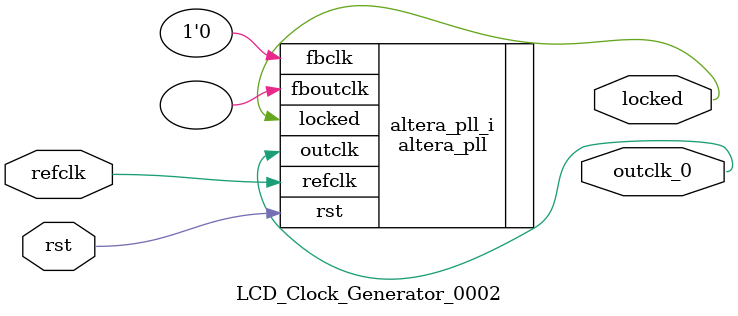
<source format=v>
`timescale 1ns/10ps
module  LCD_Clock_Generator_0002(

	// interface 'refclk'
	input wire refclk,

	// interface 'reset'
	input wire rst,

	// interface 'outclk0'
	output wire outclk_0,

	// interface 'locked'
	output wire locked
);

	altera_pll #(
		.fractional_vco_multiplier("false"),
		.reference_clock_frequency("50.0 MHz"),
		.operation_mode("direct"),
		.number_of_clocks(1),
		.output_clock_frequency0("18.000000 MHz"),
		.phase_shift0("0 ps"),
		.duty_cycle0(50),
		.output_clock_frequency1("0 MHz"),
		.phase_shift1("0 ps"),
		.duty_cycle1(50),
		.output_clock_frequency2("0 MHz"),
		.phase_shift2("0 ps"),
		.duty_cycle2(50),
		.output_clock_frequency3("0 MHz"),
		.phase_shift3("0 ps"),
		.duty_cycle3(50),
		.output_clock_frequency4("0 MHz"),
		.phase_shift4("0 ps"),
		.duty_cycle4(50),
		.output_clock_frequency5("0 MHz"),
		.phase_shift5("0 ps"),
		.duty_cycle5(50),
		.output_clock_frequency6("0 MHz"),
		.phase_shift6("0 ps"),
		.duty_cycle6(50),
		.output_clock_frequency7("0 MHz"),
		.phase_shift7("0 ps"),
		.duty_cycle7(50),
		.output_clock_frequency8("0 MHz"),
		.phase_shift8("0 ps"),
		.duty_cycle8(50),
		.output_clock_frequency9("0 MHz"),
		.phase_shift9("0 ps"),
		.duty_cycle9(50),
		.output_clock_frequency10("0 MHz"),
		.phase_shift10("0 ps"),
		.duty_cycle10(50),
		.output_clock_frequency11("0 MHz"),
		.phase_shift11("0 ps"),
		.duty_cycle11(50),
		.output_clock_frequency12("0 MHz"),
		.phase_shift12("0 ps"),
		.duty_cycle12(50),
		.output_clock_frequency13("0 MHz"),
		.phase_shift13("0 ps"),
		.duty_cycle13(50),
		.output_clock_frequency14("0 MHz"),
		.phase_shift14("0 ps"),
		.duty_cycle14(50),
		.output_clock_frequency15("0 MHz"),
		.phase_shift15("0 ps"),
		.duty_cycle15(50),
		.output_clock_frequency16("0 MHz"),
		.phase_shift16("0 ps"),
		.duty_cycle16(50),
		.output_clock_frequency17("0 MHz"),
		.phase_shift17("0 ps"),
		.duty_cycle17(50),
		.pll_type("General"),
		.pll_subtype("General")
	) altera_pll_i (
		.rst	(rst),
		.outclk	({outclk_0}),
		.locked	(locked),
		.fboutclk	( ),
		.fbclk	(1'b0),
		.refclk	(refclk)
	);
endmodule


</source>
